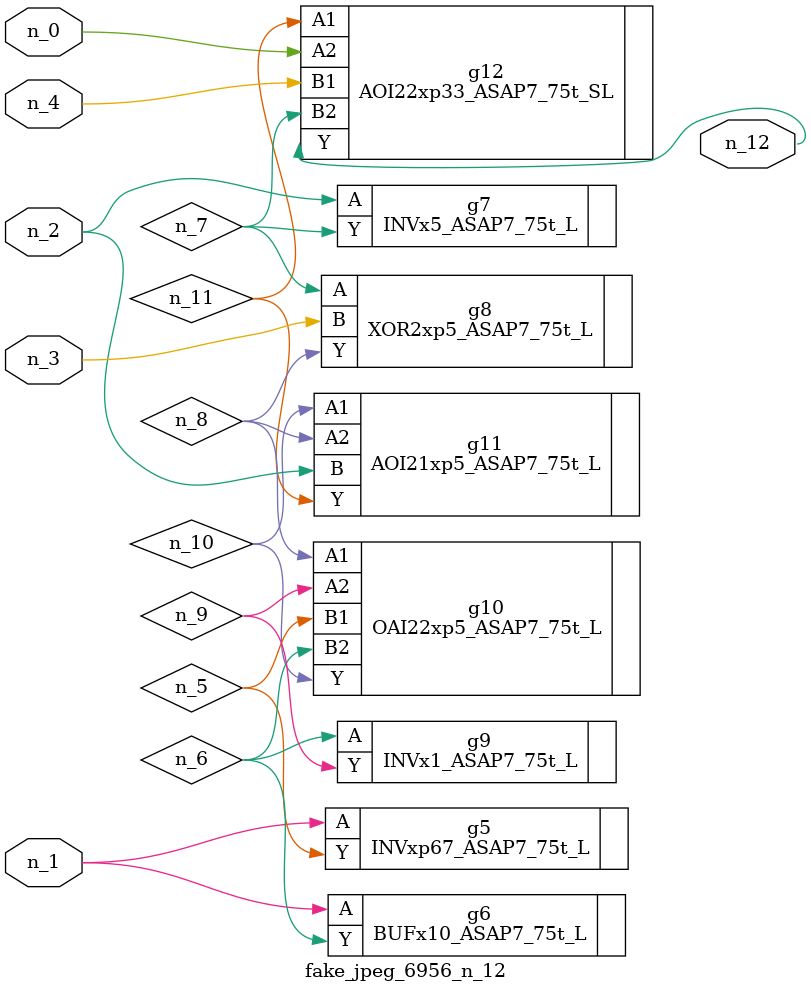
<source format=v>
module fake_jpeg_6956_n_12 (n_3, n_2, n_1, n_0, n_4, n_12);

input n_3;
input n_2;
input n_1;
input n_0;
input n_4;

output n_12;

wire n_11;
wire n_10;
wire n_8;
wire n_9;
wire n_6;
wire n_5;
wire n_7;

INVxp67_ASAP7_75t_L g5 ( 
.A(n_1),
.Y(n_5)
);

BUFx10_ASAP7_75t_L g6 ( 
.A(n_1),
.Y(n_6)
);

INVx5_ASAP7_75t_L g7 ( 
.A(n_2),
.Y(n_7)
);

XOR2xp5_ASAP7_75t_L g8 ( 
.A(n_7),
.B(n_3),
.Y(n_8)
);

OAI22xp5_ASAP7_75t_L g10 ( 
.A1(n_8),
.A2(n_9),
.B1(n_5),
.B2(n_6),
.Y(n_10)
);

INVx1_ASAP7_75t_L g9 ( 
.A(n_6),
.Y(n_9)
);

AOI21xp5_ASAP7_75t_L g11 ( 
.A1(n_10),
.A2(n_8),
.B(n_2),
.Y(n_11)
);

AOI22xp33_ASAP7_75t_SL g12 ( 
.A1(n_11),
.A2(n_0),
.B1(n_4),
.B2(n_7),
.Y(n_12)
);


endmodule
</source>
